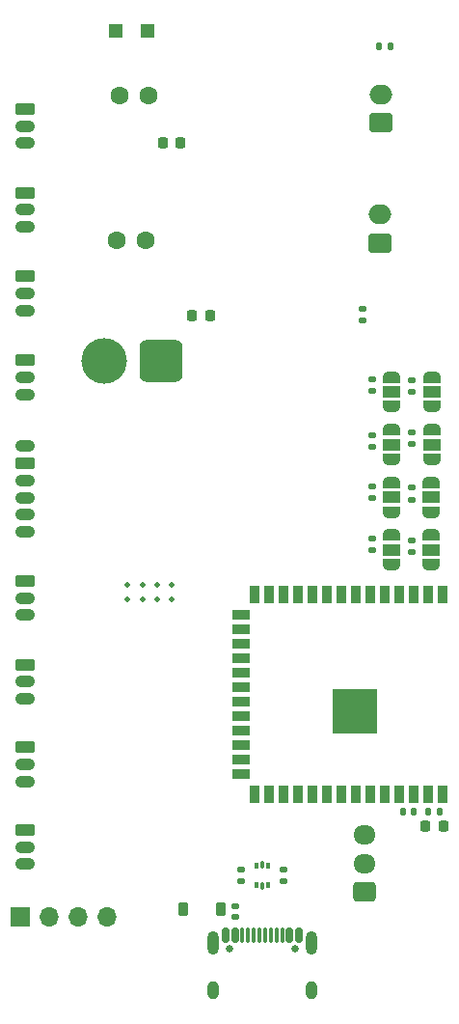
<source format=gbs>
G04 #@! TF.GenerationSoftware,KiCad,Pcbnew,8.0.8*
G04 #@! TF.CreationDate,2025-02-25T21:21:12+02:00*
G04 #@! TF.ProjectId,minisumo_2025,6d696e69-7375-46d6-9f5f-323032352e6b,rev?*
G04 #@! TF.SameCoordinates,Original*
G04 #@! TF.FileFunction,Soldermask,Bot*
G04 #@! TF.FilePolarity,Negative*
%FSLAX46Y46*%
G04 Gerber Fmt 4.6, Leading zero omitted, Abs format (unit mm)*
G04 Created by KiCad (PCBNEW 8.0.8) date 2025-02-25 21:21:12*
%MOMM*%
%LPD*%
G01*
G04 APERTURE LIST*
G04 Aperture macros list*
%AMRoundRect*
0 Rectangle with rounded corners*
0 $1 Rounding radius*
0 $2 $3 $4 $5 $6 $7 $8 $9 X,Y pos of 4 corners*
0 Add a 4 corners polygon primitive as box body*
4,1,4,$2,$3,$4,$5,$6,$7,$8,$9,$2,$3,0*
0 Add four circle primitives for the rounded corners*
1,1,$1+$1,$2,$3*
1,1,$1+$1,$4,$5*
1,1,$1+$1,$6,$7*
1,1,$1+$1,$8,$9*
0 Add four rect primitives between the rounded corners*
20,1,$1+$1,$2,$3,$4,$5,0*
20,1,$1+$1,$4,$5,$6,$7,0*
20,1,$1+$1,$6,$7,$8,$9,0*
20,1,$1+$1,$8,$9,$2,$3,0*%
%AMFreePoly0*
4,1,19,0.550000,-0.750000,0.000000,-0.750000,0.000000,-0.744911,-0.071157,-0.744911,-0.207708,-0.704816,-0.327430,-0.627875,-0.420627,-0.520320,-0.479746,-0.390866,-0.500000,-0.250000,-0.500000,0.250000,-0.479746,0.390866,-0.420627,0.520320,-0.327430,0.627875,-0.207708,0.704816,-0.071157,0.744911,0.000000,0.744911,0.000000,0.750000,0.550000,0.750000,0.550000,-0.750000,0.550000,-0.750000,
$1*%
%AMFreePoly1*
4,1,19,0.000000,0.744911,0.071157,0.744911,0.207708,0.704816,0.327430,0.627875,0.420627,0.520320,0.479746,0.390866,0.500000,0.250000,0.500000,-0.250000,0.479746,-0.390866,0.420627,-0.520320,0.327430,-0.627875,0.207708,-0.704816,0.071157,-0.744911,0.000000,-0.744911,0.000000,-0.750000,-0.550000,-0.750000,-0.550000,0.750000,0.000000,0.750000,0.000000,0.744911,0.000000,0.744911,
$1*%
G04 Aperture macros list end*
%ADD10C,1.600000*%
%ADD11C,0.499999*%
%ADD12RoundRect,0.760000X1.140000X1.140000X-1.140000X1.140000X-1.140000X-1.140000X1.140000X-1.140000X0*%
%ADD13C,4.000000*%
%ADD14RoundRect,0.250000X0.750000X-0.600000X0.750000X0.600000X-0.750000X0.600000X-0.750000X-0.600000X0*%
%ADD15O,2.000000X1.700000*%
%ADD16RoundRect,0.250000X0.725000X-0.600000X0.725000X0.600000X-0.725000X0.600000X-0.725000X-0.600000X0*%
%ADD17O,1.950000X1.700000*%
%ADD18R,1.700000X1.700000*%
%ADD19O,1.700000X1.700000*%
%ADD20RoundRect,0.250000X-0.615000X0.265000X-0.615000X-0.265000X0.615000X-0.265000X0.615000X0.265000X0*%
%ADD21O,1.730000X1.030000*%
%ADD22RoundRect,0.135000X-0.185000X0.135000X-0.185000X-0.135000X0.185000X-0.135000X0.185000X0.135000X0*%
%ADD23RoundRect,0.140000X-0.140000X-0.170000X0.140000X-0.170000X0.140000X0.170000X-0.140000X0.170000X0*%
%ADD24C,0.650000*%
%ADD25RoundRect,0.150000X0.150000X0.500000X-0.150000X0.500000X-0.150000X-0.500000X0.150000X-0.500000X0*%
%ADD26RoundRect,0.075000X0.075000X0.575000X-0.075000X0.575000X-0.075000X-0.575000X0.075000X-0.575000X0*%
%ADD27O,1.000000X1.600000*%
%ADD28O,1.000000X2.100000*%
%ADD29FreePoly0,90.000000*%
%ADD30R,1.500000X1.000000*%
%ADD31FreePoly1,90.000000*%
%ADD32RoundRect,0.135000X0.135000X0.185000X-0.135000X0.185000X-0.135000X-0.185000X0.135000X-0.185000X0*%
%ADD33RoundRect,0.225000X-0.225000X-0.375000X0.225000X-0.375000X0.225000X0.375000X-0.225000X0.375000X0*%
%ADD34RoundRect,0.093750X-0.093750X0.156250X-0.093750X-0.156250X0.093750X-0.156250X0.093750X0.156250X0*%
%ADD35RoundRect,0.075000X-0.075000X0.250000X-0.075000X-0.250000X0.075000X-0.250000X0.075000X0.250000X0*%
%ADD36R,1.200000X1.200000*%
%ADD37RoundRect,0.225000X0.225000X0.250000X-0.225000X0.250000X-0.225000X-0.250000X0.225000X-0.250000X0*%
%ADD38RoundRect,0.225000X-0.225000X-0.250000X0.225000X-0.250000X0.225000X0.250000X-0.225000X0.250000X0*%
%ADD39RoundRect,0.140000X0.170000X-0.140000X0.170000X0.140000X-0.170000X0.140000X-0.170000X-0.140000X0*%
%ADD40RoundRect,0.135000X0.185000X-0.135000X0.185000X0.135000X-0.185000X0.135000X-0.185000X-0.135000X0*%
%ADD41R,0.900000X1.500000*%
%ADD42R,1.500000X0.900000*%
%ADD43C,0.600000*%
%ADD44R,3.900000X3.900000*%
G04 APERTURE END LIST*
D10*
G04 #@! TO.C,C22*
X123260000Y-69900000D03*
X120760000Y-69900000D03*
G04 #@! TD*
D11*
G04 #@! TO.C,U1*
X125605001Y-100109999D03*
X124305001Y-100109999D03*
X123004999Y-100109999D03*
X121704999Y-100109999D03*
X125605001Y-101410001D03*
X124305001Y-101410001D03*
X123004999Y-101410001D03*
X121704999Y-101410001D03*
G04 #@! TD*
D12*
G04 #@! TO.C,J6*
X124640000Y-80530000D03*
D13*
X119640000Y-80530000D03*
G04 #@! TD*
D14*
G04 #@! TO.C,J4*
X143835000Y-70175000D03*
D15*
X143835000Y-67675000D03*
G04 #@! TD*
D10*
G04 #@! TO.C,C24*
X123520000Y-57215000D03*
X121020000Y-57215000D03*
G04 #@! TD*
D16*
G04 #@! TO.C,J2*
X142555000Y-127090000D03*
D17*
X142555000Y-124590000D03*
X142555000Y-122090000D03*
G04 #@! TD*
D18*
G04 #@! TO.C,J3*
X112320000Y-129300000D03*
D19*
X114860000Y-129300000D03*
X117400000Y-129300000D03*
X119940000Y-129300000D03*
G04 #@! TD*
D14*
G04 #@! TO.C,J5*
X143930000Y-59630000D03*
D15*
X143930000Y-57130000D03*
G04 #@! TD*
D20*
G04 #@! TO.C,J10*
X112750000Y-65750000D03*
D21*
X112750000Y-67250000D03*
X112750000Y-68750000D03*
G04 #@! TD*
D22*
G04 #@! TO.C,R2*
X135430000Y-125150000D03*
X135430000Y-126170000D03*
G04 #@! TD*
D21*
G04 #@! TO.C,J8*
X112700000Y-88000000D03*
D20*
X112700000Y-89500000D03*
D21*
X112700000Y-91000000D03*
X112700000Y-92500000D03*
X112700000Y-94000000D03*
X112700000Y-95500000D03*
G04 #@! TD*
D23*
G04 #@! TO.C,C1*
X148140000Y-120040000D03*
X149100000Y-120040000D03*
G04 #@! TD*
D24*
G04 #@! TO.C,J1*
X136440000Y-132055000D03*
X130660000Y-132055000D03*
D25*
X136750000Y-130915000D03*
X135950000Y-130915000D03*
D26*
X134800000Y-130915000D03*
X133800000Y-130915000D03*
X133300000Y-130915000D03*
X132300000Y-130915000D03*
D25*
X131150000Y-130915000D03*
X130350000Y-130915000D03*
X130350000Y-130915000D03*
X131150000Y-130915000D03*
D26*
X131800000Y-130915000D03*
X132800000Y-130915000D03*
X134300000Y-130915000D03*
X135300000Y-130915000D03*
D25*
X135950000Y-130915000D03*
X136750000Y-130915000D03*
D27*
X137870000Y-135735000D03*
D28*
X137870000Y-131555000D03*
D27*
X129230000Y-135735000D03*
D28*
X129230000Y-131555000D03*
G04 #@! TD*
D20*
G04 #@! TO.C,J11*
X112750000Y-73100000D03*
D21*
X112750000Y-74600000D03*
X112750000Y-76100000D03*
G04 #@! TD*
D29*
G04 #@! TO.C,JP5*
X144910000Y-89160000D03*
D30*
X144910000Y-87860000D03*
D31*
X144910000Y-86560000D03*
G04 #@! TD*
D22*
G04 #@! TO.C,R16*
X146650000Y-86790000D03*
X146650000Y-87810000D03*
G04 #@! TD*
D32*
G04 #@! TO.C,R15*
X144820000Y-52900000D03*
X143800000Y-52900000D03*
G04 #@! TD*
D33*
G04 #@! TO.C,D3*
X126612500Y-128570000D03*
X129912500Y-128570000D03*
G04 #@! TD*
D22*
G04 #@! TO.C,R14*
X143150000Y-87000000D03*
X143150000Y-88020000D03*
G04 #@! TD*
D20*
G04 #@! TO.C,J15*
X112750000Y-121650000D03*
D21*
X112750000Y-123150000D03*
X112750000Y-124650000D03*
G04 #@! TD*
D22*
G04 #@! TO.C,R20*
X146650000Y-82190000D03*
X146650000Y-83210000D03*
G04 #@! TD*
G04 #@! TO.C,R10*
X146650000Y-91640000D03*
X146650000Y-92660000D03*
G04 #@! TD*
D34*
G04 #@! TO.C,U2*
X133012500Y-124800000D03*
D35*
X133550000Y-124725000D03*
D34*
X134087500Y-124800000D03*
X134087500Y-126500000D03*
D35*
X133550000Y-126575000D03*
D34*
X133012500Y-126500000D03*
G04 #@! TD*
D36*
G04 #@! TO.C,D5*
X123500000Y-51550000D03*
X120700000Y-51550000D03*
G04 #@! TD*
D29*
G04 #@! TO.C,JP4*
X148390000Y-98380000D03*
D30*
X148390000Y-97080000D03*
D31*
X148390000Y-95780000D03*
G04 #@! TD*
D29*
G04 #@! TO.C,JP7*
X144920000Y-84520000D03*
D30*
X144920000Y-83220000D03*
D31*
X144920000Y-81920000D03*
G04 #@! TD*
D20*
G04 #@! TO.C,J12*
X112750000Y-80450000D03*
D21*
X112750000Y-81950000D03*
X112750000Y-83450000D03*
G04 #@! TD*
D22*
G04 #@! TO.C,R12*
X146650000Y-96290000D03*
X146650000Y-97310000D03*
G04 #@! TD*
D20*
G04 #@! TO.C,J13*
X112750000Y-114400000D03*
D21*
X112750000Y-115900000D03*
X112750000Y-117400000D03*
G04 #@! TD*
D29*
G04 #@! TO.C,JP1*
X144900000Y-93780000D03*
D30*
X144900000Y-92480000D03*
D31*
X144900000Y-91180000D03*
G04 #@! TD*
D29*
G04 #@! TO.C,JP6*
X148460000Y-89140000D03*
D30*
X148460000Y-87840000D03*
D31*
X148460000Y-86540000D03*
G04 #@! TD*
D37*
G04 #@! TO.C,C27*
X128950000Y-76500000D03*
X127400000Y-76500000D03*
G04 #@! TD*
D29*
G04 #@! TO.C,JP3*
X144900000Y-98380000D03*
D30*
X144900000Y-97080000D03*
D31*
X144900000Y-95780000D03*
G04 #@! TD*
D20*
G04 #@! TO.C,J14*
X112750000Y-107150000D03*
D21*
X112750000Y-108650000D03*
X112750000Y-110150000D03*
G04 #@! TD*
D37*
G04 #@! TO.C,C28*
X126346351Y-61355026D03*
X124796351Y-61355026D03*
G04 #@! TD*
D22*
G04 #@! TO.C,R11*
X143150000Y-96090000D03*
X143150000Y-97110000D03*
G04 #@! TD*
G04 #@! TO.C,R9*
X143150000Y-91540000D03*
X143150000Y-92560000D03*
G04 #@! TD*
D23*
G04 #@! TO.C,C32*
X145910000Y-120040000D03*
X146870000Y-120040000D03*
G04 #@! TD*
D29*
G04 #@! TO.C,JP8*
X148450000Y-84530000D03*
D30*
X148450000Y-83230000D03*
D31*
X148450000Y-81930000D03*
G04 #@! TD*
D22*
G04 #@! TO.C,R19*
X143200000Y-82150000D03*
X143200000Y-83170000D03*
G04 #@! TD*
D38*
G04 #@! TO.C,C2*
X147875000Y-121300000D03*
X149425000Y-121300000D03*
G04 #@! TD*
D39*
G04 #@! TO.C,C6*
X131150000Y-129270000D03*
X131150000Y-128310000D03*
G04 #@! TD*
D20*
G04 #@! TO.C,J16*
X112750000Y-99800000D03*
D21*
X112750000Y-101300000D03*
X112750000Y-102800000D03*
G04 #@! TD*
D20*
G04 #@! TO.C,J9*
X112750000Y-58400000D03*
D21*
X112750000Y-59900000D03*
X112750000Y-61400000D03*
G04 #@! TD*
D40*
G04 #@! TO.C,R13*
X142381398Y-76918228D03*
X142381398Y-75898228D03*
G04 #@! TD*
D41*
G04 #@! TO.C,U3*
X149410000Y-118500000D03*
X148140000Y-118500000D03*
X146870000Y-118500000D03*
X145600000Y-118500000D03*
X144330000Y-118500000D03*
X143060000Y-118500000D03*
X141790000Y-118500000D03*
X140520000Y-118500000D03*
X139250000Y-118500000D03*
X137980000Y-118500000D03*
X136710000Y-118500000D03*
X135440000Y-118500000D03*
X134170000Y-118500000D03*
X132900000Y-118500000D03*
D42*
X131650000Y-116735000D03*
X131650000Y-115465000D03*
X131650000Y-114195000D03*
X131650000Y-112925000D03*
X131650000Y-111655000D03*
X131650000Y-110385000D03*
X131650000Y-109115000D03*
X131650000Y-107845000D03*
X131650000Y-106575000D03*
X131650000Y-105305000D03*
X131650000Y-104035000D03*
X131650000Y-102765000D03*
D41*
X132900000Y-101000000D03*
X134170000Y-101000000D03*
X135440000Y-101000000D03*
X136710000Y-101000000D03*
X137980000Y-101000000D03*
X139250000Y-101000000D03*
X140520000Y-101000000D03*
X141790000Y-101000000D03*
X143060000Y-101000000D03*
X144330000Y-101000000D03*
X145600000Y-101000000D03*
X146870000Y-101000000D03*
X148140000Y-101000000D03*
X149410000Y-101000000D03*
D43*
X140990000Y-112650000D03*
X142390000Y-112650000D03*
X140290000Y-111950000D03*
X141690000Y-111950000D03*
X143090000Y-111950000D03*
X140990000Y-111250000D03*
D44*
X141690000Y-111250000D03*
D43*
X142390000Y-111250000D03*
X140290000Y-110550000D03*
X141690000Y-110550000D03*
X143090000Y-110550000D03*
X140990000Y-109850000D03*
X142390000Y-109850000D03*
G04 #@! TD*
D29*
G04 #@! TO.C,JP2*
X148390000Y-93760000D03*
D30*
X148390000Y-92460000D03*
D31*
X148390000Y-91160000D03*
G04 #@! TD*
D22*
G04 #@! TO.C,R3*
X131680000Y-125135000D03*
X131680000Y-126155000D03*
G04 #@! TD*
M02*

</source>
